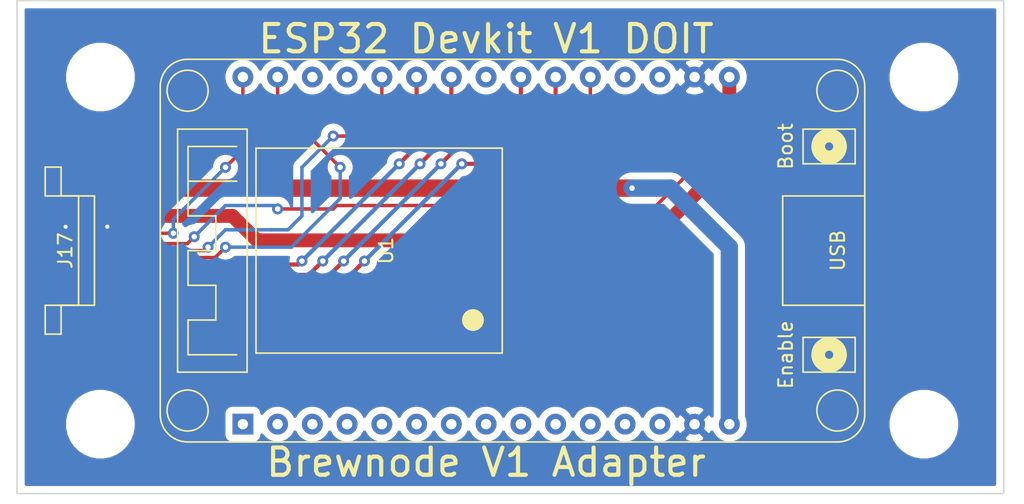
<source format=kicad_pcb>
(kicad_pcb (version 20171130) (host pcbnew "(5.1.6)-1")

  (general
    (thickness 1.6)
    (drawings 6)
    (tracks 134)
    (zones 0)
    (modules 6)
    (nets 31)
  )

  (page A4)
  (layers
    (0 F.Cu signal)
    (31 B.Cu signal)
    (32 B.Adhes user)
    (33 F.Adhes user)
    (34 B.Paste user)
    (35 F.Paste user)
    (36 B.SilkS user)
    (37 F.SilkS user)
    (38 B.Mask user)
    (39 F.Mask user)
    (40 Dwgs.User user)
    (41 Cmts.User user)
    (42 Eco1.User user)
    (43 Eco2.User user)
    (44 Edge.Cuts user)
    (45 Margin user)
    (46 B.CrtYd user)
    (47 F.CrtYd user)
    (48 B.Fab user)
    (49 F.Fab user)
  )

  (setup
    (last_trace_width 0.254)
    (user_trace_width 0.254)
    (user_trace_width 0.3048)
    (user_trace_width 0.4064)
    (user_trace_width 0.6096)
    (user_trace_width 0.8128)
    (user_trace_width 1.016)
    (user_trace_width 1.27)
    (user_trace_width 1.4224)
    (user_trace_width 1.6764)
    (user_trace_width 1.778)
    (user_trace_width 1.9304)
    (user_trace_width 2.1844)
    (user_trace_width 2.54)
    (user_trace_width 3.81)
    (user_trace_width 6.4516)
    (trace_clearance 0.2)
    (zone_clearance 0.508)
    (zone_45_only no)
    (trace_min 0.2)
    (via_size 0.8)
    (via_drill 0.4)
    (via_min_size 0.4)
    (via_min_drill 0.3)
    (user_via 2 1.4)
    (uvia_size 0.3)
    (uvia_drill 0.1)
    (uvias_allowed no)
    (uvia_min_size 0.2)
    (uvia_min_drill 0.1)
    (edge_width 0.1)
    (segment_width 0.2)
    (pcb_text_width 0.3)
    (pcb_text_size 1.5 1.5)
    (mod_edge_width 0.2)
    (mod_text_size 1 2)
    (mod_text_width 0.2)
    (pad_size 1.524 1.524)
    (pad_drill 0.762)
    (pad_to_mask_clearance 0)
    (aux_axis_origin 114.808 115.57)
    (grid_origin 114.808 115.57)
    (visible_elements 7FFFFFFF)
    (pcbplotparams
      (layerselection 0x010f0_ffffffff)
      (usegerberextensions false)
      (usegerberattributes false)
      (usegerberadvancedattributes false)
      (creategerberjobfile false)
      (excludeedgelayer true)
      (linewidth 0.100000)
      (plotframeref false)
      (viasonmask false)
      (mode 1)
      (useauxorigin false)
      (hpglpennumber 1)
      (hpglpenspeed 20)
      (hpglpendiameter 15.000000)
      (psnegative false)
      (psa4output false)
      (plotreference true)
      (plotvalue false)
      (plotinvisibletext false)
      (padsonsilk true)
      (subtractmaskfromsilk false)
      (outputformat 1)
      (mirror false)
      (drillshape 0)
      (scaleselection 1)
      (outputdirectory "JLCPCB/"))
  )

  (net 0 "")
  (net 1 "Net-(J17-Pad16)")
  (net 2 /PORT1)
  (net 3 /PORT2)
  (net 4 /PORT3)
  (net 5 /PORT4)
  (net 6 /3V3_SCL)
  (net 7 /3V3_SDA)
  (net 8 /3V3_IOEXP_INT)
  (net 9 /3V3_ADC_INT)
  (net 10 +3V3)
  (net 11 GND)
  (net 12 +5V)
  (net 13 "Net-(U1-Pad28)")
  (net 14 "Net-(U1-Pad27)")
  (net 15 "Net-(U1-Pad23)")
  (net 16 "Net-(U1-Pad19)")
  (net 17 "Net-(U1-Pad18)")
  (net 18 "Net-(U1-Pad13)")
  (net 19 "Net-(U1-Pad12)")
  (net 20 "Net-(U1-Pad11)")
  (net 21 "Net-(U1-Pad10)")
  (net 22 "Net-(U1-Pad9)")
  (net 23 "Net-(U1-Pad8)")
  (net 24 "Net-(U1-Pad7)")
  (net 25 "Net-(U1-Pad6)")
  (net 26 "Net-(U1-Pad5)")
  (net 27 "Net-(U1-Pad4)")
  (net 28 "Net-(U1-Pad3)")
  (net 29 "Net-(U1-Pad2)")
  (net 30 "Net-(U1-Pad1)")

  (net_class Default "This is the default net class."
    (clearance 0.2)
    (trace_width 0.25)
    (via_dia 0.8)
    (via_drill 0.4)
    (uvia_dia 0.3)
    (uvia_drill 0.1)
    (add_net +3V3)
    (add_net +5V)
    (add_net /3V3_ADC_INT)
    (add_net /3V3_IOEXP_INT)
    (add_net /3V3_SCL)
    (add_net /3V3_SDA)
    (add_net /PORT1)
    (add_net /PORT2)
    (add_net /PORT3)
    (add_net /PORT4)
    (add_net GND)
    (add_net "Net-(J17-Pad16)")
    (add_net "Net-(U1-Pad1)")
    (add_net "Net-(U1-Pad10)")
    (add_net "Net-(U1-Pad11)")
    (add_net "Net-(U1-Pad12)")
    (add_net "Net-(U1-Pad13)")
    (add_net "Net-(U1-Pad18)")
    (add_net "Net-(U1-Pad19)")
    (add_net "Net-(U1-Pad2)")
    (add_net "Net-(U1-Pad23)")
    (add_net "Net-(U1-Pad27)")
    (add_net "Net-(U1-Pad28)")
    (add_net "Net-(U1-Pad3)")
    (add_net "Net-(U1-Pad4)")
    (add_net "Net-(U1-Pad5)")
    (add_net "Net-(U1-Pad6)")
    (add_net "Net-(U1-Pad7)")
    (add_net "Net-(U1-Pad8)")
    (add_net "Net-(U1-Pad9)")
  )

  (module MountingHole:MountingHole_4mm (layer F.Cu) (tedit 56D1B4CB) (tstamp 5F6D1A13)
    (at 181.102 110.49)
    (descr "Mounting Hole 4mm, no annular")
    (tags "mounting hole 4mm no annular")
    (attr virtual)
    (fp_text reference REF** (at 0 -5) (layer F.SilkS) hide
      (effects (font (size 1 1) (thickness 0.15)))
    )
    (fp_text value MountingHole_4mm (at 0 5) (layer F.Fab)
      (effects (font (size 1 1) (thickness 0.15)))
    )
    (fp_text user %R (at 0.3 0) (layer F.Fab)
      (effects (font (size 1 1) (thickness 0.15)))
    )
    (fp_circle (center 0 0) (end 4 0) (layer Cmts.User) (width 0.15))
    (fp_circle (center 0 0) (end 4.25 0) (layer F.CrtYd) (width 0.05))
    (pad 1 np_thru_hole circle (at 0 0) (size 4 4) (drill 4) (layers *.Cu *.Mask))
  )

  (module MountingHole:MountingHole_4mm (layer F.Cu) (tedit 56D1B4CB) (tstamp 5F6D19F6)
    (at 120.904 110.49)
    (descr "Mounting Hole 4mm, no annular")
    (tags "mounting hole 4mm no annular")
    (attr virtual)
    (fp_text reference REF** (at 0 -5) (layer F.SilkS) hide
      (effects (font (size 1 1) (thickness 0.15)))
    )
    (fp_text value MountingHole_4mm (at 0 5) (layer F.Fab)
      (effects (font (size 1 1) (thickness 0.15)))
    )
    (fp_text user %R (at 0.3 0) (layer F.Fab)
      (effects (font (size 1 1) (thickness 0.15)))
    )
    (fp_circle (center 0 0) (end 4 0) (layer Cmts.User) (width 0.15))
    (fp_circle (center 0 0) (end 4.25 0) (layer F.CrtYd) (width 0.05))
    (pad 1 np_thru_hole circle (at 0 0) (size 4 4) (drill 4) (layers *.Cu *.Mask))
  )

  (module MountingHole:MountingHole_4mm (layer F.Cu) (tedit 56D1B4CB) (tstamp 5F6D19D9)
    (at 120.904 85.09)
    (descr "Mounting Hole 4mm, no annular")
    (tags "mounting hole 4mm no annular")
    (attr virtual)
    (fp_text reference REF** (at 0 -5) (layer F.SilkS) hide
      (effects (font (size 1 1) (thickness 0.15)))
    )
    (fp_text value MountingHole_4mm (at 0 5) (layer F.Fab)
      (effects (font (size 1 1) (thickness 0.15)))
    )
    (fp_text user %R (at 0.3 0) (layer F.Fab)
      (effects (font (size 1 1) (thickness 0.15)))
    )
    (fp_circle (center 0 0) (end 4 0) (layer Cmts.User) (width 0.15))
    (fp_circle (center 0 0) (end 4.25 0) (layer F.CrtYd) (width 0.05))
    (pad 1 np_thru_hole circle (at 0 0) (size 4 4) (drill 4) (layers *.Cu *.Mask))
  )

  (module MountingHole:MountingHole_4mm (layer F.Cu) (tedit 56D1B4CB) (tstamp 5F6D19BC)
    (at 181.102 85.09)
    (descr "Mounting Hole 4mm, no annular")
    (tags "mounting hole 4mm no annular")
    (attr virtual)
    (fp_text reference REF** (at 0 -5) (layer F.SilkS) hide
      (effects (font (size 1 1) (thickness 0.15)))
    )
    (fp_text value MountingHole_4mm (at 0 5) (layer F.Fab)
      (effects (font (size 1 1) (thickness 0.15)))
    )
    (fp_text user %R (at 0.3 0) (layer F.Fab)
      (effects (font (size 1 1) (thickness 0.15)))
    )
    (fp_circle (center 0 0) (end 4 0) (layer Cmts.User) (width 0.15))
    (fp_circle (center 0 0) (end 4.25 0) (layer F.CrtYd) (width 0.05))
    (pad 1 np_thru_hole circle (at 0 0) (size 4 4) (drill 4) (layers *.Cu *.Mask))
  )

  (module ESP32_DevKit_V1_DOIT:esp32_devkit_v1_doit (layer F.Cu) (tedit 5F4BBE44) (tstamp 5F6D0EF4)
    (at 131.318 97.79 90)
    (descr "ESPWROOM32, ESP32, 30 GPIOs version")
    (path /5F6CC573)
    (attr smd)
    (fp_text reference U1 (at 0 10.47 90) (layer F.SilkS)
      (effects (font (size 1 1) (thickness 0.15)))
    )
    (fp_text value ESP32_DevKit_V1_DOIT (at 0 8.7 90) (layer F.Fab)
      (effects (font (size 1 1) (thickness 0.15)))
    )
    (fp_arc (start 12 43.46) (end 12 45.46) (angle -90) (layer F.SilkS) (width 0.12))
    (fp_arc (start -12 43.46) (end -14 43.46) (angle -90) (layer F.SilkS) (width 0.12))
    (fp_arc (start -12 -4.04) (end -12 -6.04) (angle -90) (layer F.SilkS) (width 0.12))
    (fp_arc (start 12 -4.04) (end 14 -4.04) (angle -90) (layer F.SilkS) (width 0.12))
    (fp_text user Enable (at -7.62 39.68 90) (layer F.SilkS)
      (effects (font (size 1 1) (thickness 0.15)))
    )
    (fp_text user Boot (at 7.62 39.68 90) (layer F.SilkS)
      (effects (font (size 1 1) (thickness 0.15)))
    )
    (fp_text user USB (at 0 43.49 90) (layer F.SilkS)
      (effects (font (size 1 1) (thickness 0.15)))
    )
    (fp_circle (center -11.7 -4.04) (end -10.2 -4.04) (layer F.SilkS) (width 0.12))
    (fp_circle (center 11.7 -4.04) (end 13.2 -4.04) (layer F.SilkS) (width 0.12))
    (fp_line (start 14 43.46) (end 14 -4.04) (layer F.SilkS) (width 0.12))
    (fp_line (start -14 -4.04) (end -14 43.46) (layer F.SilkS) (width 0.12))
    (fp_line (start -12 45.46) (end 12 45.46) (layer F.SilkS) (width 0.12))
    (fp_line (start -12 -6.04) (end 12 -6.04) (layer F.SilkS) (width 0.12))
    (fp_circle (center -11.7 43.46) (end -10.2 43.46) (layer F.SilkS) (width 0.12))
    (fp_circle (center 11.7 43.46) (end 13.2 43.46) (layer F.SilkS) (width 0.12))
    (fp_line (start -4 39.46) (end -4 45.46) (layer F.SilkS) (width 0.12))
    (fp_line (start 4 39.46) (end 4 45.46) (layer F.SilkS) (width 0.12))
    (fp_line (start -4 39.46) (end 4 39.46) (layer F.SilkS) (width 0.12))
    (fp_line (start -8.89 -4.77) (end 8.89 -4.77) (layer F.SilkS) (width 0.12))
    (fp_line (start 8.89 -4.77) (end 8.89 0.31) (layer F.SilkS) (width 0.12))
    (fp_line (start 8.89 0.31) (end -8.89 0.31) (layer F.SilkS) (width 0.12))
    (fp_line (start -8.89 0.31) (end -8.89 -4.77) (layer F.SilkS) (width 0.12))
    (fp_line (start -7.62 -0.452) (end -7.62 -4.008) (layer F.SilkS) (width 0.12))
    (fp_line (start -7.62 -4.008) (end -5.08 -4.008) (layer F.SilkS) (width 0.12))
    (fp_line (start -5.08 -4.008) (end -5.08 -1.976) (layer F.SilkS) (width 0.12))
    (fp_line (start -5.08 -1.976) (end -2.54 -1.976) (layer F.SilkS) (width 0.12))
    (fp_line (start -2.54 -1.976) (end -2.54 -4.008) (layer F.SilkS) (width 0.12))
    (fp_line (start -2.54 -4.008) (end 0 -4.008) (layer F.SilkS) (width 0.12))
    (fp_line (start 0 -4.008) (end 0 -1.976) (layer F.SilkS) (width 0.12))
    (fp_line (start 0 -1.976) (end 2.54 -1.976) (layer F.SilkS) (width 0.12))
    (fp_line (start 2.54 -1.976) (end 2.54 -4.008) (layer F.SilkS) (width 0.12))
    (fp_line (start 2.54 -4.008) (end 7.62 -4.008) (layer F.SilkS) (width 0.12))
    (fp_line (start 7.62 -4.008) (end 7.62 -0.452) (layer F.SilkS) (width 0.12))
    (fp_line (start 5.08 -4.008) (end 5.08 -0.452) (layer F.SilkS) (width 0.12))
    (fp_line (start -7.5 0.96) (end 7.5 0.96) (layer F.SilkS) (width 0.12))
    (fp_line (start 7.5 0.96) (end 7.5 18.96) (layer F.SilkS) (width 0.12))
    (fp_line (start 7.5 18.96) (end -7.5 18.96) (layer F.SilkS) (width 0.12))
    (fp_line (start -7.5 18.96) (end -7.5 0.96) (layer F.SilkS) (width 0.12))
    (fp_circle (center -5.08 16.82) (end -4.68 16.82) (layer F.SilkS) (width 0.8))
    (fp_line (start 6.35 40.95) (end 8.89 40.95) (layer F.SilkS) (width 0.12))
    (fp_line (start 8.89 40.95) (end 8.89 44.76) (layer F.SilkS) (width 0.12))
    (fp_line (start 8.89 44.76) (end 6.35 44.76) (layer F.SilkS) (width 0.12))
    (fp_line (start 6.35 44.76) (end 6.35 40.95) (layer F.SilkS) (width 0.12))
    (fp_line (start -6.35 44.76) (end -8.89 44.76) (layer F.SilkS) (width 0.12))
    (fp_line (start -8.89 44.76) (end -8.89 40.95) (layer F.SilkS) (width 0.12))
    (fp_line (start -8.89 40.95) (end -6.35 40.95) (layer F.SilkS) (width 0.12))
    (fp_line (start -6.35 40.95) (end -6.35 44.76) (layer F.SilkS) (width 0.12))
    (fp_circle (center -7.62 42.855) (end -7.32 42.855) (layer F.SilkS) (width 1))
    (fp_circle (center 7.62 42.855) (end 7.92 42.855) (layer F.SilkS) (width 1))
    (pad 30 thru_hole circle (at 12.7 0 90) (size 1.524 1.524) (drill 0.762) (layers *.Cu *.Mask)
      (net 9 /3V3_ADC_INT))
    (pad 29 thru_hole circle (at 12.7 2.54 90) (size 1.524 1.524) (drill 0.762) (layers *.Cu *.Mask)
      (net 6 /3V3_SCL))
    (pad 28 thru_hole circle (at 12.7 5.08 90) (size 1.524 1.524) (drill 0.762) (layers *.Cu *.Mask)
      (net 13 "Net-(U1-Pad28)"))
    (pad 27 thru_hole circle (at 12.7 7.62 90) (size 1.524 1.524) (drill 0.762) (layers *.Cu *.Mask)
      (net 14 "Net-(U1-Pad27)"))
    (pad 26 thru_hole circle (at 12.7 10.16 90) (size 1.524 1.524) (drill 0.762) (layers *.Cu *.Mask)
      (net 7 /3V3_SDA))
    (pad 25 thru_hole circle (at 12.7 12.7 90) (size 1.524 1.524) (drill 0.762) (layers *.Cu *.Mask)
      (net 5 /PORT4))
    (pad 24 thru_hole circle (at 12.7 15.24 90) (size 1.524 1.524) (drill 0.762) (layers *.Cu *.Mask)
      (net 4 /PORT3))
    (pad 23 thru_hole circle (at 12.7 17.78 90) (size 1.524 1.524) (drill 0.762) (layers *.Cu *.Mask)
      (net 15 "Net-(U1-Pad23)"))
    (pad 22 thru_hole circle (at 12.7 20.32 90) (size 1.524 1.524) (drill 0.762) (layers *.Cu *.Mask)
      (net 3 /PORT2))
    (pad 21 thru_hole circle (at 12.7 22.86 90) (size 1.524 1.524) (drill 0.762) (layers *.Cu *.Mask)
      (net 2 /PORT1))
    (pad 20 thru_hole circle (at 12.7 25.4 90) (size 1.524 1.524) (drill 0.762) (layers *.Cu *.Mask)
      (net 8 /3V3_IOEXP_INT))
    (pad 19 thru_hole circle (at 12.7 27.94 90) (size 1.524 1.524) (drill 0.762) (layers *.Cu *.Mask)
      (net 16 "Net-(U1-Pad19)"))
    (pad 18 thru_hole circle (at 12.7 30.48 90) (size 1.524 1.524) (drill 0.762) (layers *.Cu *.Mask)
      (net 17 "Net-(U1-Pad18)"))
    (pad 17 thru_hole circle (at 12.7 33.02 90) (size 1.524 1.524) (drill 0.762) (layers *.Cu *.Mask)
      (net 11 GND))
    (pad 16 thru_hole circle (at 12.7 35.56 90) (size 1.524 1.524) (drill 0.762) (layers *.Cu *.Mask)
      (net 10 +3V3))
    (pad 15 thru_hole circle (at -12.7 35.56 90) (size 1.524 1.524) (drill 0.762) (layers *.Cu *.Mask)
      (net 12 +5V))
    (pad 14 thru_hole circle (at -12.7 33.02 90) (size 1.524 1.524) (drill 0.762) (layers *.Cu *.Mask)
      (net 11 GND))
    (pad 13 thru_hole circle (at -12.7 30.48 90) (size 1.524 1.524) (drill 0.762) (layers *.Cu *.Mask)
      (net 18 "Net-(U1-Pad13)"))
    (pad 12 thru_hole circle (at -12.7 27.94 90) (size 1.524 1.524) (drill 0.762) (layers *.Cu *.Mask)
      (net 19 "Net-(U1-Pad12)"))
    (pad 11 thru_hole circle (at -12.7 25.4 90) (size 1.524 1.524) (drill 0.762) (layers *.Cu *.Mask)
      (net 20 "Net-(U1-Pad11)"))
    (pad 10 thru_hole circle (at -12.7 22.86 90) (size 1.524 1.524) (drill 0.762) (layers *.Cu *.Mask)
      (net 21 "Net-(U1-Pad10)"))
    (pad 9 thru_hole circle (at -12.7 20.32 90) (size 1.524 1.524) (drill 0.762) (layers *.Cu *.Mask)
      (net 22 "Net-(U1-Pad9)"))
    (pad 8 thru_hole circle (at -12.7 17.78 90) (size 1.524 1.524) (drill 0.762) (layers *.Cu *.Mask)
      (net 23 "Net-(U1-Pad8)"))
    (pad 7 thru_hole circle (at -12.7 15.24 90) (size 1.524 1.524) (drill 0.762) (layers *.Cu *.Mask)
      (net 24 "Net-(U1-Pad7)"))
    (pad 6 thru_hole circle (at -12.7 12.7 90) (size 1.524 1.524) (drill 0.762) (layers *.Cu *.Mask)
      (net 25 "Net-(U1-Pad6)"))
    (pad 5 thru_hole circle (at -12.7 10.16 90) (size 1.524 1.524) (drill 0.762) (layers *.Cu *.Mask)
      (net 26 "Net-(U1-Pad5)"))
    (pad 4 thru_hole circle (at -12.7 7.62 90) (size 1.524 1.524) (drill 0.762) (layers *.Cu *.Mask)
      (net 27 "Net-(U1-Pad4)"))
    (pad 3 thru_hole circle (at -12.7 5.08 90) (size 1.524 1.524) (drill 0.762) (layers *.Cu *.Mask)
      (net 28 "Net-(U1-Pad3)"))
    (pad 2 thru_hole circle (at -12.7 2.54 90) (size 1.524 1.524) (drill 0.762) (layers *.Cu *.Mask)
      (net 29 "Net-(U1-Pad2)"))
    (pad 1 thru_hole rect (at -12.7 0 90) (size 1.524 1.524) (drill 0.762) (layers *.Cu *.Mask)
      (net 30 "Net-(U1-Pad1)"))
    (model ${KISYS3DMOD}/Button_Switch_SMD.3dshapes/SW_SPST_B3U-1000P-B.wrl
      (offset (xyz 7.5 -43 4))
      (scale (xyz 1 1 1))
      (rotate (xyz 0 0 90))
    )
    (model ${KISYS3DMOD}/Button_Switch_SMD.3dshapes/SW_SPST_B3U-1000P-B.wrl
      (offset (xyz -7.5 -43 4))
      (scale (xyz 1 1 1))
      (rotate (xyz 0 0 90))
    )
    (model ${KISYS3DMOD}/Connector_PinHeader_2.54mm.3dshapes/PinHeader_1x15_P2.54mm_Vertical.wrl
      (offset (xyz -12.7 0 2.5))
      (scale (xyz 1 1 1))
      (rotate (xyz 0 180 0))
    )
    (model ${KISYS3DMOD}/Connector_PinHeader_2.54mm.3dshapes/PinHeader_1x15_P2.54mm_Vertical.wrl
      (offset (xyz 12.7 0 2.5))
      (scale (xyz 1 1 1))
      (rotate (xyz 0 180 0))
    )
    (model ${VL_PACKAGES3D}/esp32_devkit_v1_doit.3dshapes/esp32_devkit_v1_doit.step
      (offset (xyz -12.7 0 2.5))
      (scale (xyz 1 1 1))
      (rotate (xyz 0 0 0))
    )
    (model ${KISYS3DMOD}/Connector_USB.3dshapes/USB_Micro-B_Molex_47346-0001.wrl
      (offset (xyz 0 -42 4))
      (scale (xyz 1 1 1))
      (rotate (xyz 0 0 0))
    )
    (model ${KISYS3DMOD}/LED_SMD.3dshapes/LED_1206_3216Metric.wrl
      (offset (xyz -6 -23 4))
      (scale (xyz 1 1 1))
      (rotate (xyz 0 0 -90))
    )
    (model ${KISYS3DMOD}/LED_SMD.3dshapes/LED_1206_3216Metric.wrl
      (offset (xyz 6 -23 4))
      (scale (xyz 1 1 1))
      (rotate (xyz 0 0 -90))
    )
    (model ${KISYS3DMOD}/Capacitor_Tantalum_SMD.3dshapes/CP_EIA-2012-15_AVX-P.wrl
      (offset (xyz -6.5 -27.5 4))
      (scale (xyz 1 1 1))
      (rotate (xyz 0 0 0))
    )
    (model ${KISYS3DMOD}/Package_TO_SOT_SMD.3dshapes/SOT-223.wrl
      (offset (xyz -6 -33 4))
      (scale (xyz 1 1 1))
      (rotate (xyz 0 0 -180))
    )
    (model ${KISYS3DMOD}/Resistor_SMD.3dshapes/R_0603_1608Metric.wrl
      (offset (xyz -7 -38.5 4))
      (scale (xyz 1 1 1))
      (rotate (xyz 0 0 0))
    )
    (model ${KISYS3DMOD}/Resistor_SMD.3dshapes/R_0603_1608Metric.wrl
      (offset (xyz 8.5 -38.5 4))
      (scale (xyz 1 1 1))
      (rotate (xyz 0 0 0))
    )
    (model ${KISYS3DMOD}/Resistor_SMD.3dshapes/R_0603_1608Metric.wrl
      (offset (xyz 5.5 -38.5 4))
      (scale (xyz 1 1 1))
      (rotate (xyz 0 0 0))
    )
    (model ${KISYS3DMOD}/Package_TO_SOT_SMD.3dshapes/SOT-23.wrl
      (offset (xyz -0.5 -27.5 4))
      (scale (xyz 1 1 1))
      (rotate (xyz 0 0 0))
    )
    (model ${KISYS3DMOD}/Package_TO_SOT_SMD.3dshapes/SOT-23.wrl
      (offset (xyz 6 -27.5 4))
      (scale (xyz 1 1 1))
      (rotate (xyz 0 0 -180))
    )
    (model ${KISYS3DMOD}/Resistor_SMD.3dshapes/R_0603_1608Metric.wrl
      (offset (xyz 9 -27.5 4))
      (scale (xyz 1 1 1))
      (rotate (xyz 0 0 90))
    )
    (model ${KISYS3DMOD}/Resistor_SMD.3dshapes/R_0603_1608Metric.wrl
      (offset (xyz -3.5 -27.5 4))
      (scale (xyz 1 1 1))
      (rotate (xyz 0 0 90))
    )
    (model ${KISYS3DMOD}/Capacitor_SMD.3dshapes/C_0603_1608Metric.wrl
      (offset (xyz -0.5 -38.5 4))
      (scale (xyz 1 1 1))
      (rotate (xyz 0 0 0))
    )
    (model ${KISYS3DMOD}/Diode_SMD.3dshapes/D_0603_1608Metric.wrl
      (offset (xyz -3 -38.5 4))
      (scale (xyz 1 1 1))
      (rotate (xyz 0 0 0))
    )
    (model ${KISYS3DMOD}/Resistor_SMD.3dshapes/R_0603_1608Metric.wrl
      (offset (xyz -3 -23 4))
      (scale (xyz 1 1 1))
      (rotate (xyz 0 0 90))
    )
    (model ${KISYS3DMOD}/Resistor_SMD.3dshapes/R_0603_1608Metric.wrl
      (offset (xyz -1.5 -23 4))
      (scale (xyz 1 1 1))
      (rotate (xyz 0 0 90))
    )
    (model ${KISYS3DMOD}/Resistor_SMD.3dshapes/R_0603_1608Metric.wrl
      (offset (xyz 0 -23 4))
      (scale (xyz 1 1 1))
      (rotate (xyz 0 0 90))
    )
    (model ${KISYS3DMOD}/Resistor_SMD.3dshapes/R_0603_1608Metric.wrl
      (offset (xyz 1.5 -23 4))
      (scale (xyz 1 1 1))
      (rotate (xyz 0 0 90))
    )
    (model ${KISYS3DMOD}/Resistor_SMD.3dshapes/R_0603_1608Metric.wrl
      (offset (xyz 3 -23 4))
      (scale (xyz 1 1 1))
      (rotate (xyz 0 0 90))
    )
    (model ${KISYS3DMOD}/Package_DFN_QFN.3dshapes/QFN-28-1EP_5x5mm_P0.5mm_EP3.35x3.35mm.wrl
      (offset (xyz 7 -33.5 4))
      (scale (xyz 1 1 1))
      (rotate (xyz 0 0 0))
    )
    (model ${KISYS3DMOD}/Resistor_SMD.3dshapes/R_0603_1608Metric.wrl
      (offset (xyz 8.5 -22 4))
      (scale (xyz 1 1 1))
      (rotate (xyz 0 0 0))
    )
    (model ${KISYS3DMOD}/Resistor_SMD.3dshapes/R_0603_1608Metric.wrl
      (offset (xyz 8.5 -24 4))
      (scale (xyz 1 1 1))
      (rotate (xyz 0 0 0))
    )
    (model ${KISYS3DMOD}/Capacitor_SMD.3dshapes/C_0603_1608Metric.wrl
      (offset (xyz -8.5 -22 4))
      (scale (xyz 1 1 1))
      (rotate (xyz 0 0 0))
    )
    (model ${KISYS3DMOD}/Capacitor_SMD.3dshapes/C_0603_1608Metric.wrl
      (offset (xyz -8.5 -24 4))
      (scale (xyz 1 1 1))
      (rotate (xyz 0 0 0))
    )
    (model ${KISYS3DMOD}/RF_Module.3dshapes/ESP32-WROOM-32.wrl
      (offset (xyz 0 -10 4))
      (scale (xyz 1 1 1))
      (rotate (xyz 0 0 0))
    )
  )

  (module Tobbe_Hirose:Hirose_FH34_FPC_16 (layer F.Cu) (tedit 5F63CC21) (tstamp 5F6D0EA1)
    (at 119.888 97.79 270)
    (path /5F6DA0A7)
    (attr smd)
    (fp_text reference J17 (at 0 1.55 90) (layer F.SilkS)
      (effects (font (size 1 1) (thickness 0.15)))
    )
    (fp_text value "16p FPC" (at 0 4.064 90) (layer F.Fab)
      (effects (font (size 1 1) (thickness 0.15)))
    )
    (fp_line (start -6.35 -0.8) (end -6.35 3.25) (layer F.CrtYd) (width 0.05))
    (fp_line (start -6.35 3.25) (end 6.35 3.25) (layer F.CrtYd) (width 0.05))
    (fp_line (start 6.35 -0.8) (end 6.35 3.25) (layer F.CrtYd) (width 0.05))
    (fp_line (start -6.35 -0.8) (end 6.35 -0.8) (layer F.CrtYd) (width 0.05))
    (fp_line (start 4 1.86) (end 4 -0.58) (layer F.SilkS) (width 0.12))
    (fp_line (start -4 1.86) (end -4 -0.58) (layer F.SilkS) (width 0.12))
    (fp_line (start 6.11 1.86) (end 4 1.86) (layer F.SilkS) (width 0.12))
    (fp_line (start -6.11 1.86) (end -4 1.86) (layer F.SilkS) (width 0.12))
    (fp_line (start 6.11 3.02) (end 6.11 1.86) (layer F.SilkS) (width 0.12))
    (fp_line (start -6.11 3.02) (end -6.11 1.86) (layer F.SilkS) (width 0.12))
    (fp_line (start 4 3.02) (end 6.11 3.02) (layer F.SilkS) (width 0.12))
    (fp_line (start -4 3.02) (end -6.11 3.02) (layer F.SilkS) (width 0.12))
    (fp_line (start 4 0.58) (end 4 3.02) (layer F.SilkS) (width 0.12))
    (fp_line (start -4 0.58) (end -4 3.02) (layer F.SilkS) (width 0.12))
    (fp_line (start -4 0.58) (end 4 0.58) (layer F.SilkS) (width 0.12))
    (fp_line (start -4 -0.58) (end 4 -0.58) (layer F.SilkS) (width 0.12))
    (pad 0 smd rect (at 5.35 2.5 270) (size 0.8 0.8) (layers F.Cu F.Paste F.Mask))
    (pad 0 smd rect (at -5.35 2.5 270) (size 0.8 0.8) (layers F.Cu F.Paste F.Mask))
    (pad 16 smd rect (at 3.75 0 270) (size 0.25 0.8) (layers F.Cu F.Paste F.Mask)
      (net 1 "Net-(J17-Pad16)"))
    (pad 15 smd rect (at 3.25 0 270) (size 0.25 0.8) (layers F.Cu F.Paste F.Mask)
      (net 2 /PORT1))
    (pad 14 smd rect (at 2.75 0 270) (size 0.25 0.8) (layers F.Cu F.Paste F.Mask)
      (net 3 /PORT2))
    (pad 13 smd rect (at 2.25 0 270) (size 0.25 0.8) (layers F.Cu F.Paste F.Mask)
      (net 4 /PORT3))
    (pad 12 smd rect (at 1.75 0 270) (size 0.25 0.8) (layers F.Cu F.Paste F.Mask)
      (net 5 /PORT4))
    (pad 11 smd rect (at 1.25 0 270) (size 0.25 0.8) (layers F.Cu F.Paste F.Mask)
      (net 6 /3V3_SCL))
    (pad 10 smd rect (at 0.75 0 270) (size 0.25 0.8) (layers F.Cu F.Paste F.Mask)
      (net 7 /3V3_SDA))
    (pad 9 smd rect (at 0.25 0 270) (size 0.25 0.8) (layers F.Cu F.Paste F.Mask)
      (net 8 /3V3_IOEXP_INT))
    (pad 8 smd rect (at -0.25 0 270) (size 0.25 0.8) (layers F.Cu F.Paste F.Mask)
      (net 9 /3V3_ADC_INT))
    (pad 7 smd rect (at -0.75 0 270) (size 0.25 0.8) (layers F.Cu F.Paste F.Mask)
      (net 10 +3V3))
    (pad 6 smd rect (at -1.25 0 270) (size 0.25 0.8) (layers F.Cu F.Paste F.Mask)
      (net 11 GND))
    (pad 5 smd rect (at -1.75 0 270) (size 0.25 0.8) (layers F.Cu F.Paste F.Mask)
      (net 11 GND))
    (pad 4 smd rect (at -2.25 0 270) (size 0.25 0.8) (layers F.Cu F.Paste F.Mask)
      (net 11 GND))
    (pad 3 smd rect (at -2.75 0 270) (size 0.25 0.8) (layers F.Cu F.Paste F.Mask)
      (net 12 +5V))
    (pad 2 smd rect (at -3.25 0 270) (size 0.25 0.8) (layers F.Cu F.Paste F.Mask)
      (net 12 +5V))
    (pad 1 smd rect (at -3.75 0 270) (size 0.25 0.8) (layers F.Cu F.Paste F.Mask)
      (net 12 +5V))
  )

  (gr_text "ESP32 Devkit V1 DOIT" (at 149.098 82.296) (layer F.SilkS)
    (effects (font (size 2 2) (thickness 0.3)))
  )
  (gr_text "Brewnode V1 Adapter" (at 149.098 113.284) (layer F.SilkS)
    (effects (font (size 2 2) (thickness 0.3)))
  )
  (gr_line (start 186.944 115.57) (end 186.944 79.502) (layer Edge.Cuts) (width 0.1) (tstamp 5F6D1F01))
  (gr_line (start 114.808 115.57) (end 186.944 115.57) (layer Edge.Cuts) (width 0.1))
  (gr_line (start 114.808 79.502) (end 114.808 115.57) (layer Edge.Cuts) (width 0.1))
  (gr_line (start 186.944 79.502) (end 114.808 79.502) (layer Edge.Cuts) (width 0.1))

  (segment (start 119.888 101.04) (end 124.714 101.04) (width 0.254) (layer F.Cu) (net 2))
  (segment (start 124.714 101.04) (end 137.414 101.04) (width 0.3048) (layer F.Cu) (net 2))
  (segment (start 137.414 101.04) (end 137.72 101.04) (width 0.3048) (layer F.Cu) (net 2))
  (via (at 140.208 98.552) (size 0.8) (drill 0.4) (layers F.Cu B.Cu) (net 2))
  (segment (start 137.72 101.04) (end 140.208 98.552) (width 0.3048) (layer F.Cu) (net 2))
  (via (at 147.32 91.44) (size 0.8) (drill 0.4) (layers F.Cu B.Cu) (net 2))
  (segment (start 140.208 98.552) (end 147.32 91.44) (width 0.3048) (layer B.Cu) (net 2))
  (segment (start 147.32 91.44) (end 150.368 91.44) (width 0.3048) (layer F.Cu) (net 2))
  (segment (start 154.178 87.63) (end 154.178 85.09) (width 0.3048) (layer F.Cu) (net 2))
  (segment (start 150.368 91.44) (end 154.178 87.63) (width 0.3048) (layer F.Cu) (net 2))
  (segment (start 119.888 100.54) (end 123.698 100.54) (width 0.254) (layer F.Cu) (net 3))
  (segment (start 123.698 100.54) (end 123.742 100.54) (width 0.254) (layer F.Cu) (net 3))
  (segment (start 123.742 100.54) (end 123.952 100.33) (width 0.254) (layer F.Cu) (net 3))
  (segment (start 123.952 100.33) (end 124.714 100.33) (width 0.254) (layer F.Cu) (net 3))
  (segment (start 124.714 100.33) (end 127.254 100.33) (width 0.3048) (layer F.Cu) (net 3))
  (segment (start 127.254 100.33) (end 136.906 100.33) (width 0.3048) (layer F.Cu) (net 3))
  (via (at 138.684 98.552) (size 0.8) (drill 0.4) (layers F.Cu B.Cu) (net 3))
  (segment (start 136.906 100.33) (end 138.684 98.552) (width 0.3048) (layer F.Cu) (net 3))
  (via (at 145.796 91.44) (size 0.8) (drill 0.4) (layers F.Cu B.Cu) (net 3))
  (segment (start 138.684 98.552) (end 145.796 91.44) (width 0.3048) (layer B.Cu) (net 3))
  (segment (start 145.796 91.44) (end 147.32 89.916) (width 0.3048) (layer F.Cu) (net 3))
  (segment (start 147.32 89.916) (end 149.86 89.916) (width 0.3048) (layer F.Cu) (net 3))
  (segment (start 151.638 88.138) (end 151.638 85.09) (width 0.3048) (layer F.Cu) (net 3))
  (segment (start 149.86 89.916) (end 151.638 88.138) (width 0.3048) (layer F.Cu) (net 3))
  (segment (start 119.888 100.04) (end 123.226 100.04) (width 0.254) (layer F.Cu) (net 4))
  (segment (start 123.226 100.04) (end 123.698 99.568) (width 0.254) (layer F.Cu) (net 4))
  (segment (start 123.698 99.568) (end 124.714 99.568) (width 0.254) (layer F.Cu) (net 4))
  (segment (start 124.714 99.568) (end 136.144 99.568) (width 0.3048) (layer F.Cu) (net 4))
  (via (at 137.16 98.552) (size 0.8) (drill 0.4) (layers F.Cu B.Cu) (net 4))
  (segment (start 136.144 99.568) (end 137.16 98.552) (width 0.3048) (layer F.Cu) (net 4))
  (via (at 144.272 91.44) (size 0.8) (drill 0.4) (layers F.Cu B.Cu) (net 4))
  (segment (start 137.16 98.552) (end 144.272 91.44) (width 0.3048) (layer B.Cu) (net 4))
  (segment (start 146.558 89.154) (end 146.558 85.09) (width 0.3048) (layer F.Cu) (net 4))
  (segment (start 144.272 91.44) (end 146.558 89.154) (width 0.3048) (layer F.Cu) (net 4))
  (segment (start 119.888 99.54) (end 122.71 99.54) (width 0.254) (layer F.Cu) (net 5))
  (segment (start 122.71 99.54) (end 123.444 98.806) (width 0.254) (layer F.Cu) (net 5))
  (segment (start 123.444 98.806) (end 124.714 98.806) (width 0.254) (layer F.Cu) (net 5))
  (via (at 135.636 98.552) (size 0.8) (drill 0.4) (layers F.Cu B.Cu) (net 5))
  (segment (start 124.714 98.806) (end 135.382 98.806) (width 0.3048) (layer F.Cu) (net 5))
  (segment (start 135.382 98.806) (end 135.636 98.552) (width 0.3048) (layer F.Cu) (net 5))
  (via (at 142.748 91.44) (size 0.8) (drill 0.4) (layers F.Cu B.Cu) (net 5))
  (segment (start 135.636 98.552) (end 142.748 91.44) (width 0.3048) (layer B.Cu) (net 5))
  (segment (start 144.018 90.17) (end 144.018 85.09) (width 0.3048) (layer F.Cu) (net 5))
  (segment (start 142.748 91.44) (end 144.018 90.17) (width 0.3048) (layer F.Cu) (net 5))
  (segment (start 119.888 99.04) (end 122.448 99.04) (width 0.254) (layer F.Cu) (net 6))
  (segment (start 122.448 99.04) (end 123.19 98.298) (width 0.254) (layer F.Cu) (net 6))
  (segment (start 123.19 98.298) (end 125.476 98.298) (width 0.254) (layer F.Cu) (net 6))
  (segment (start 125.476 98.298) (end 129.032 98.298) (width 0.254) (layer F.Cu) (net 6))
  (via (at 130.048 97.536) (size 0.8) (drill 0.4) (layers F.Cu B.Cu) (net 6))
  (segment (start 129.032 98.298) (end 129.286 98.298) (width 0.254) (layer F.Cu) (net 6))
  (segment (start 129.286 98.298) (end 130.048 97.536) (width 0.254) (layer F.Cu) (net 6))
  (segment (start 130.048 97.536) (end 134.874 97.536) (width 0.254) (layer B.Cu) (net 6))
  (segment (start 134.874 97.536) (end 138.43 93.98) (width 0.254) (layer B.Cu) (net 6))
  (via (at 138.43 91.694) (size 0.8) (drill 0.4) (layers F.Cu B.Cu) (net 6))
  (segment (start 138.43 93.98) (end 138.43 91.694) (width 0.254) (layer B.Cu) (net 6))
  (segment (start 133.858 87.122) (end 133.858 85.09) (width 0.254) (layer F.Cu) (net 6))
  (segment (start 138.43 91.694) (end 133.858 87.122) (width 0.254) (layer F.Cu) (net 6))
  (segment (start 122.305934 98.54) (end 123.055934 97.79) (width 0.254) (layer F.Cu) (net 7))
  (segment (start 119.888 98.54) (end 122.305934 98.54) (width 0.254) (layer F.Cu) (net 7))
  (via (at 128.778 97.536) (size 0.8) (drill 0.4) (layers F.Cu B.Cu) (net 7))
  (segment (start 123.055934 97.79) (end 128.524 97.79) (width 0.254) (layer F.Cu) (net 7))
  (segment (start 128.524 97.79) (end 128.778 97.536) (width 0.254) (layer F.Cu) (net 7))
  (segment (start 128.778 97.536) (end 130.048 96.266) (width 0.254) (layer B.Cu) (net 7))
  (segment (start 130.048 96.266) (end 133.409962 96.266) (width 0.254) (layer B.Cu) (net 7))
  (segment (start 133.409962 96.266) (end 134.62 96.266) (width 0.254) (layer B.Cu) (net 7))
  (segment (start 134.62 96.266) (end 135.636 95.25) (width 0.254) (layer B.Cu) (net 7))
  (segment (start 135.636 95.25) (end 135.636 91.694) (width 0.254) (layer B.Cu) (net 7))
  (segment (start 135.636 91.694) (end 137.922 89.408) (width 0.254) (layer B.Cu) (net 7))
  (via (at 137.922 89.408) (size 0.8) (drill 0.4) (layers F.Cu B.Cu) (net 7))
  (segment (start 137.922 89.408) (end 139.7 89.408) (width 0.254) (layer F.Cu) (net 7))
  (segment (start 141.478 87.63) (end 141.478 85.09) (width 0.254) (layer F.Cu) (net 7))
  (segment (start 139.7 89.408) (end 141.478 87.63) (width 0.254) (layer F.Cu) (net 7))
  (segment (start 122.163868 98.04) (end 122.921868 97.282) (width 0.254) (layer F.Cu) (net 8))
  (segment (start 119.888 98.04) (end 122.163868 98.04) (width 0.254) (layer F.Cu) (net 8))
  (via (at 127.762 96.774) (size 0.8) (drill 0.4) (layers F.Cu B.Cu) (net 8))
  (segment (start 122.921868 97.282) (end 127.254 97.282) (width 0.254) (layer F.Cu) (net 8))
  (segment (start 127.254 97.282) (end 127.762 96.774) (width 0.254) (layer F.Cu) (net 8))
  (segment (start 127.762 96.774) (end 130.048 94.488) (width 0.254) (layer B.Cu) (net 8))
  (segment (start 156.718 86.614) (end 156.718 85.09) (width 0.254) (layer F.Cu) (net 8))
  (segment (start 157.988 87.884) (end 156.718 86.614) (width 0.254) (layer F.Cu) (net 8))
  (segment (start 161.544 94.488) (end 163.576 92.456) (width 0.254) (layer F.Cu) (net 8))
  (segment (start 138.176 94.488) (end 161.544 94.488) (width 0.254) (layer F.Cu) (net 8))
  (segment (start 163.576 91.694) (end 159.766 87.884) (width 0.254) (layer F.Cu) (net 8))
  (segment (start 163.576 92.456) (end 163.576 91.694) (width 0.254) (layer F.Cu) (net 8))
  (segment (start 159.766 87.884) (end 157.988 87.884) (width 0.254) (layer F.Cu) (net 8))
  (via (at 133.858 94.742) (size 0.8) (drill 0.4) (layers F.Cu B.Cu) (net 8))
  (segment (start 130.048 94.488) (end 133.604 94.488) (width 0.254) (layer B.Cu) (net 8))
  (segment (start 133.604 94.488) (end 133.858 94.742) (width 0.254) (layer B.Cu) (net 8))
  (segment (start 137.922 94.742) (end 138.176 94.488) (width 0.254) (layer F.Cu) (net 8))
  (segment (start 133.858 94.742) (end 137.922 94.742) (width 0.254) (layer F.Cu) (net 8))
  (segment (start 119.888 97.54) (end 121.916 97.54) (width 0.254) (layer F.Cu) (net 9))
  (segment (start 121.916 97.54) (end 122.682 96.774) (width 0.254) (layer F.Cu) (net 9))
  (segment (start 122.682 96.774) (end 122.936 96.52) (width 0.254) (layer F.Cu) (net 9))
  (via (at 126.238 96.52) (size 0.8) (drill 0.4) (layers F.Cu B.Cu) (net 9))
  (segment (start 122.936 96.52) (end 126.238 96.52) (width 0.254) (layer F.Cu) (net 9))
  (via (at 130.048 91.694) (size 0.8) (drill 0.4) (layers F.Cu B.Cu) (net 9))
  (segment (start 126.238 96.52) (end 126.238 95.504) (width 0.254) (layer B.Cu) (net 9))
  (segment (start 126.238 95.504) (end 130.048 91.694) (width 0.254) (layer B.Cu) (net 9))
  (segment (start 131.318 90.424) (end 131.318 85.09) (width 0.254) (layer F.Cu) (net 9))
  (segment (start 130.048 91.694) (end 131.318 90.424) (width 0.254) (layer F.Cu) (net 9))
  (segment (start 166.878 91.186) (end 166.878 85.09) (width 1.016) (layer F.Cu) (net 10))
  (segment (start 132.588 97.04) (end 161.024 97.04) (width 1.016) (layer F.Cu) (net 10))
  (segment (start 161.024 97.04) (end 166.878 91.186) (width 1.016) (layer F.Cu) (net 10))
  (segment (start 132.588 97.04) (end 132.346 97.04) (width 1.016) (layer F.Cu) (net 10))
  (segment (start 132.346 97.04) (end 130.556 95.25) (width 1.016) (layer F.Cu) (net 10))
  (segment (start 130.556 95.25) (end 124.206 95.25) (width 1.016) (layer F.Cu) (net 10))
  (segment (start 122.936 95.25) (end 124.206 95.25) (width 0.254) (layer F.Cu) (net 10))
  (segment (start 119.888 97.04) (end 121.412 97.028) (width 0.254) (layer F.Cu) (net 10))
  (segment (start 121.412 97.028) (end 122.936 95.25) (width 0.254) (layer F.Cu) (net 10))
  (via (at 118.364 96.04) (size 0.6) (drill 0.3) (layers F.Cu B.Cu) (net 11))
  (via (at 121.412 96.04) (size 0.6) (drill 0.3) (layers F.Cu B.Cu) (net 11))
  (segment (start 118.864 95.54) (end 118.364 96.04) (width 0.254) (layer F.Cu) (net 11))
  (segment (start 119.888 95.54) (end 118.864 95.54) (width 0.254) (layer F.Cu) (net 11))
  (segment (start 119.888 96.04) (end 118.364 96.04) (width 0.254) (layer F.Cu) (net 11))
  (segment (start 119.888 96.04) (end 121.412 96.04) (width 0.254) (layer F.Cu) (net 11))
  (segment (start 120.912 95.54) (end 121.412 96.04) (width 0.254) (layer F.Cu) (net 11))
  (segment (start 119.888 95.54) (end 120.912 95.54) (width 0.254) (layer F.Cu) (net 11))
  (segment (start 120.912 96.54) (end 121.412 96.04) (width 0.254) (layer F.Cu) (net 11))
  (segment (start 119.888 96.54) (end 120.912 96.54) (width 0.254) (layer F.Cu) (net 11))
  (segment (start 118.864 96.54) (end 118.364 96.04) (width 0.254) (layer F.Cu) (net 11))
  (segment (start 119.888 96.54) (end 118.864 96.54) (width 0.254) (layer F.Cu) (net 11))
  (segment (start 121.42 94.04) (end 121.92 94.54) (width 0.254) (layer F.Cu) (net 12))
  (segment (start 119.888 94.04) (end 121.42 94.04) (width 0.254) (layer F.Cu) (net 12))
  (segment (start 121.42 95.04) (end 121.92 94.54) (width 0.254) (layer F.Cu) (net 12))
  (segment (start 119.888 95.04) (end 121.42 95.04) (width 0.254) (layer F.Cu) (net 12))
  (segment (start 166.878 110.49) (end 166.878 97.536) (width 1.27) (layer B.Cu) (net 12))
  (via (at 159.766 93.218) (size 0.8) (drill 0.4) (layers F.Cu B.Cu) (net 12))
  (segment (start 166.878 97.536) (end 162.56 93.218) (width 1.27) (layer B.Cu) (net 12))
  (segment (start 162.56 93.218) (end 159.766 93.218) (width 1.27) (layer B.Cu) (net 12))
  (segment (start 159.766 93.218) (end 123.19 93.218) (width 1.27) (layer F.Cu) (net 12))
  (segment (start 123.04 93.218) (end 121.718 94.54) (width 0.6096) (layer F.Cu) (net 12))
  (segment (start 119.888 94.54) (end 121.718 94.54) (width 0.254) (layer F.Cu) (net 12))
  (segment (start 123.19 93.218) (end 123.04 93.218) (width 0.6096) (layer F.Cu) (net 12))
  (segment (start 121.718 94.54) (end 121.92 94.54) (width 0.254) (layer F.Cu) (net 12))

  (zone (net 11) (net_name GND) (layer B.Cu) (tstamp 5F6D28BA) (hatch edge 0.508)
    (connect_pads (clearance 0.508))
    (min_thickness 0.254)
    (fill yes (arc_segments 32) (thermal_gap 0.508) (thermal_bridge_width 0.508))
    (polygon
      (pts
        (xy 186.69 115.316) (xy 115.062 115.316) (xy 115.062 79.756) (xy 186.69 79.756)
      )
    )
    (filled_polygon
      (pts
        (xy 186.259 114.885) (xy 115.493 114.885) (xy 115.493 110.230475) (xy 118.269 110.230475) (xy 118.269 110.749525)
        (xy 118.370261 111.258601) (xy 118.568893 111.738141) (xy 118.857262 112.169715) (xy 119.224285 112.536738) (xy 119.655859 112.825107)
        (xy 120.135399 113.023739) (xy 120.644475 113.125) (xy 121.163525 113.125) (xy 121.672601 113.023739) (xy 122.152141 112.825107)
        (xy 122.583715 112.536738) (xy 122.950738 112.169715) (xy 123.239107 111.738141) (xy 123.437739 111.258601) (xy 123.539 110.749525)
        (xy 123.539 110.230475) (xy 123.439053 109.728) (xy 129.917928 109.728) (xy 129.917928 111.252) (xy 129.930188 111.376482)
        (xy 129.966498 111.49618) (xy 130.025463 111.606494) (xy 130.104815 111.703185) (xy 130.201506 111.782537) (xy 130.31182 111.841502)
        (xy 130.431518 111.877812) (xy 130.556 111.890072) (xy 132.08 111.890072) (xy 132.204482 111.877812) (xy 132.32418 111.841502)
        (xy 132.434494 111.782537) (xy 132.531185 111.703185) (xy 132.610537 111.606494) (xy 132.669502 111.49618) (xy 132.705812 111.376482)
        (xy 132.71408 111.292535) (xy 132.77288 111.380535) (xy 132.967465 111.57512) (xy 133.196273 111.728005) (xy 133.45051 111.833314)
        (xy 133.720408 111.887) (xy 133.995592 111.887) (xy 134.26549 111.833314) (xy 134.519727 111.728005) (xy 134.748535 111.57512)
        (xy 134.94312 111.380535) (xy 135.096005 111.151727) (xy 135.128 111.074485) (xy 135.159995 111.151727) (xy 135.31288 111.380535)
        (xy 135.507465 111.57512) (xy 135.736273 111.728005) (xy 135.99051 111.833314) (xy 136.260408 111.887) (xy 136.535592 111.887)
        (xy 136.80549 111.833314) (xy 137.059727 111.728005) (xy 137.288535 111.57512) (xy 137.48312 111.380535) (xy 137.636005 111.151727)
        (xy 137.668 111.074485) (xy 137.699995 111.151727) (xy 137.85288 111.380535) (xy 138.047465 111.57512) (xy 138.276273 111.728005)
        (xy 138.53051 111.833314) (xy 138.800408 111.887) (xy 139.075592 111.887) (xy 139.34549 111.833314) (xy 139.599727 111.728005)
        (xy 139.828535 111.57512) (xy 140.02312 111.380535) (xy 140.176005 111.151727) (xy 140.208 111.074485) (xy 140.239995 111.151727)
        (xy 140.39288 111.380535) (xy 140.587465 111.57512) (xy 140.816273 111.728005) (xy 141.07051 111.833314) (xy 141.340408 111.887)
        (xy 141.615592 111.887) (xy 141.88549 111.833314) (xy 142.139727 111.728005) (xy 142.368535 111.57512) (xy 142.56312 111.380535)
        (xy 142.716005 111.151727) (xy 142.748 111.074485) (xy 142.779995 111.151727) (xy 142.93288 111.380535) (xy 143.127465 111.57512)
        (xy 143.356273 111.728005) (xy 143.61051 111.833314) (xy 143.880408 111.887) (xy 144.155592 111.887) (xy 144.42549 111.833314)
        (xy 144.679727 111.728005) (xy 144.908535 111.57512) (xy 145.10312 111.380535) (xy 145.256005 111.151727) (xy 145.288 111.074485)
        (xy 145.319995 111.151727) (xy 145.47288 111.380535) (xy 145.667465 111.57512) (xy 145.896273 111.728005) (xy 146.15051 111.833314)
        (xy 146.420408 111.887) (xy 146.695592 111.887) (xy 146.96549 111.833314) (xy 147.219727 111.728005) (xy 147.448535 111.57512)
        (xy 147.64312 111.380535) (xy 147.796005 111.151727) (xy 147.828 111.074485) (xy 147.859995 111.151727) (xy 148.01288 111.380535)
        (xy 148.207465 111.57512) (xy 148.436273 111.728005) (xy 148.69051 111.833314) (xy 148.960408 111.887) (xy 149.235592 111.887)
        (xy 149.50549 111.833314) (xy 149.759727 111.728005) (xy 149.988535 111.57512) (xy 150.18312 111.380535) (xy 150.336005 111.151727)
        (xy 150.368 111.074485) (xy 150.399995 111.151727) (xy 150.55288 111.380535) (xy 150.747465 111.57512) (xy 150.976273 111.728005)
        (xy 151.23051 111.833314) (xy 151.500408 111.887) (xy 151.775592 111.887) (xy 152.04549 111.833314) (xy 152.299727 111.728005)
        (xy 152.528535 111.57512) (xy 152.72312 111.380535) (xy 152.876005 111.151727) (xy 152.908 111.074485) (xy 152.939995 111.151727)
        (xy 153.09288 111.380535) (xy 153.287465 111.57512) (xy 153.516273 111.728005) (xy 153.77051 111.833314) (xy 154.040408 111.887)
        (xy 154.315592 111.887) (xy 154.58549 111.833314) (xy 154.839727 111.728005) (xy 155.068535 111.57512) (xy 155.26312 111.380535)
        (xy 155.416005 111.151727) (xy 155.448 111.074485) (xy 155.479995 111.151727) (xy 155.63288 111.380535) (xy 155.827465 111.57512)
        (xy 156.056273 111.728005) (xy 156.31051 111.833314) (xy 156.580408 111.887) (xy 156.855592 111.887) (xy 157.12549 111.833314)
        (xy 157.379727 111.728005) (xy 157.608535 111.57512) (xy 157.80312 111.380535) (xy 157.956005 111.151727) (xy 157.988 111.074485)
        (xy 158.019995 111.151727) (xy 158.17288 111.380535) (xy 158.367465 111.57512) (xy 158.596273 111.728005) (xy 158.85051 111.833314)
        (xy 159.120408 111.887) (xy 159.395592 111.887) (xy 159.66549 111.833314) (xy 159.919727 111.728005) (xy 160.148535 111.57512)
        (xy 160.34312 111.380535) (xy 160.496005 111.151727) (xy 160.528 111.074485) (xy 160.559995 111.151727) (xy 160.71288 111.380535)
        (xy 160.907465 111.57512) (xy 161.136273 111.728005) (xy 161.39051 111.833314) (xy 161.660408 111.887) (xy 161.935592 111.887)
        (xy 162.20549 111.833314) (xy 162.459727 111.728005) (xy 162.688535 111.57512) (xy 162.80809 111.455565) (xy 163.55204 111.455565)
        (xy 163.61902 111.695656) (xy 163.868048 111.812756) (xy 164.135135 111.879023) (xy 164.410017 111.89191) (xy 164.682133 111.850922)
        (xy 164.941023 111.757636) (xy 165.05698 111.695656) (xy 165.12396 111.455565) (xy 164.338 110.669605) (xy 163.55204 111.455565)
        (xy 162.80809 111.455565) (xy 162.88312 111.380535) (xy 163.036005 111.151727) (xy 163.065692 111.080057) (xy 163.070364 111.093023)
        (xy 163.132344 111.20898) (xy 163.372435 111.27596) (xy 164.158395 110.49) (xy 163.372435 109.70404) (xy 163.132344 109.77102)
        (xy 163.068515 109.90676) (xy 163.036005 109.828273) (xy 162.88312 109.599465) (xy 162.80809 109.524435) (xy 163.55204 109.524435)
        (xy 164.338 110.310395) (xy 165.12396 109.524435) (xy 165.05698 109.284344) (xy 164.807952 109.167244) (xy 164.540865 109.100977)
        (xy 164.265983 109.08809) (xy 163.993867 109.129078) (xy 163.734977 109.222364) (xy 163.61902 109.284344) (xy 163.55204 109.524435)
        (xy 162.80809 109.524435) (xy 162.688535 109.40488) (xy 162.459727 109.251995) (xy 162.20549 109.146686) (xy 161.935592 109.093)
        (xy 161.660408 109.093) (xy 161.39051 109.146686) (xy 161.136273 109.251995) (xy 160.907465 109.40488) (xy 160.71288 109.599465)
        (xy 160.559995 109.828273) (xy 160.528 109.905515) (xy 160.496005 109.828273) (xy 160.34312 109.599465) (xy 160.148535 109.40488)
        (xy 159.919727 109.251995) (xy 159.66549 109.146686) (xy 159.395592 109.093) (xy 159.120408 109.093) (xy 158.85051 109.146686)
        (xy 158.596273 109.251995) (xy 158.367465 109.40488) (xy 158.17288 109.599465) (xy 158.019995 109.828273) (xy 157.988 109.905515)
        (xy 157.956005 109.828273) (xy 157.80312 109.599465) (xy 157.608535 109.40488) (xy 157.379727 109.251995) (xy 157.12549 109.146686)
        (xy 156.855592 109.093) (xy 156.580408 109.093) (xy 156.31051 109.146686) (xy 156.056273 109.251995) (xy 155.827465 109.40488)
        (xy 155.63288 109.599465) (xy 155.479995 109.828273) (xy 155.448 109.905515) (xy 155.416005 109.828273) (xy 155.26312 109.599465)
        (xy 155.068535 109.40488) (xy 154.839727 109.251995) (xy 154.58549 109.146686) (xy 154.315592 109.093) (xy 154.040408 109.093)
        (xy 153.77051 109.146686) (xy 153.516273 109.251995) (xy 153.287465 109.40488) (xy 153.09288 109.599465) (xy 152.939995 109.828273)
        (xy 152.908 109.905515) (xy 152.876005 109.828273) (xy 152.72312 109.599465) (xy 152.528535 109.40488) (xy 152.299727 109.251995)
        (xy 152.04549 109.146686) (xy 151.775592 109.093) (xy 151.500408 109.093) (xy 151.23051 109.146686) (xy 150.976273 109.251995)
        (xy 150.747465 109.40488) (xy 150.55288 109.599465) (xy 150.399995 109.828273) (xy 150.368 109.905515) (xy 150.336005 109.828273)
        (xy 150.18312 109.599465) (xy 149.988535 109.40488) (xy 149.759727 109.251995) (xy 149.50549 109.146686) (xy 149.235592 109.093)
        (xy 148.960408 109.093) (xy 148.69051 109.146686) (xy 148.436273 109.251995) (xy 148.207465 109.40488) (xy 148.01288 109.599465)
        (xy 147.859995 109.828273) (xy 147.828 109.905515) (xy 147.796005 109.828273) (xy 147.64312 109.599465) (xy 147.448535 109.40488)
        (xy 147.219727 109.251995) (xy 146.96549 109.146686) (xy 146.695592 109.093) (xy 146.420408 109.093) (xy 146.15051 109.146686)
        (xy 145.896273 109.251995) (xy 145.667465 109.40488) (xy 145.47288 109.599465) (xy 145.319995 109.828273) (xy 145.288 109.905515)
        (xy 145.256005 109.828273) (xy 145.10312 109.599465) (xy 144.908535 109.40488) (xy 144.679727 109.251995) (xy 144.42549 109.146686)
        (xy 144.155592 109.093) (xy 143.880408 109.093) (xy 143.61051 109.146686) (xy 143.356273 109.251995) (xy 143.127465 109.40488)
        (xy 142.93288 109.599465) (xy 142.779995 109.828273) (xy 142.748 109.905515) (xy 142.716005 109.828273) (xy 142.56312 109.599465)
        (xy 142.368535 109.40488) (xy 142.139727 109.251995) (xy 141.88549 109.146686) (xy 141.615592 109.093) (xy 141.340408 109.093)
        (xy 141.07051 109.146686) (xy 140.816273 109.251995) (xy 140.587465 109.40488) (xy 140.39288 109.599465) (xy 140.239995 109.828273)
        (xy 140.208 109.905515) (xy 140.176005 109.828273) (xy 140.02312 109.599465) (xy 139.828535 109.40488) (xy 139.599727 109.251995)
        (xy 139.34549 109.146686) (xy 139.075592 109.093) (xy 138.800408 109.093) (xy 138.53051 109.146686) (xy 138.276273 109.251995)
        (xy 138.047465 109.40488) (xy 137.85288 109.599465) (xy 137.699995 109.828273) (xy 137.668 109.905515) (xy 137.636005 109.828273)
        (xy 137.48312 109.599465) (xy 137.288535 109.40488) (xy 137.059727 109.251995) (xy 136.80549 109.146686) (xy 136.535592 109.093)
        (xy 136.260408 109.093) (xy 135.99051 109.146686) (xy 135.736273 109.251995) (xy 135.507465 109.40488) (xy 135.31288 109.599465)
        (xy 135.159995 109.828273) (xy 135.128 109.905515) (xy 135.096005 109.828273) (xy 134.94312 109.599465) (xy 134.748535 109.40488)
        (xy 134.519727 109.251995) (xy 134.26549 109.146686) (xy 133.995592 109.093) (xy 133.720408 109.093) (xy 133.45051 109.146686)
        (xy 133.196273 109.251995) (xy 132.967465 109.40488) (xy 132.77288 109.599465) (xy 132.71408 109.687465) (xy 132.705812 109.603518)
        (xy 132.669502 109.48382) (xy 132.610537 109.373506) (xy 132.531185 109.276815) (xy 132.434494 109.197463) (xy 132.32418 109.138498)
        (xy 132.204482 109.102188) (xy 132.08 109.089928) (xy 130.556 109.089928) (xy 130.431518 109.102188) (xy 130.31182 109.138498)
        (xy 130.201506 109.197463) (xy 130.104815 109.276815) (xy 130.025463 109.373506) (xy 129.966498 109.48382) (xy 129.930188 109.603518)
        (xy 129.917928 109.728) (xy 123.439053 109.728) (xy 123.437739 109.721399) (xy 123.239107 109.241859) (xy 122.950738 108.810285)
        (xy 122.583715 108.443262) (xy 122.152141 108.154893) (xy 121.672601 107.956261) (xy 121.163525 107.855) (xy 120.644475 107.855)
        (xy 120.135399 107.956261) (xy 119.655859 108.154893) (xy 119.224285 108.443262) (xy 118.857262 108.810285) (xy 118.568893 109.241859)
        (xy 118.370261 109.721399) (xy 118.269 110.230475) (xy 115.493 110.230475) (xy 115.493 96.418061) (xy 125.203 96.418061)
        (xy 125.203 96.621939) (xy 125.242774 96.821898) (xy 125.320795 97.010256) (xy 125.434063 97.179774) (xy 125.578226 97.323937)
        (xy 125.747744 97.437205) (xy 125.936102 97.515226) (xy 126.136061 97.555) (xy 126.339939 97.555) (xy 126.539898 97.515226)
        (xy 126.728256 97.437205) (xy 126.888716 97.329989) (xy 126.958063 97.433774) (xy 127.102226 97.577937) (xy 127.271744 97.691205)
        (xy 127.460102 97.769226) (xy 127.660061 97.809) (xy 127.777026 97.809) (xy 127.782774 97.837898) (xy 127.860795 98.026256)
        (xy 127.974063 98.195774) (xy 128.118226 98.339937) (xy 128.287744 98.453205) (xy 128.476102 98.531226) (xy 128.676061 98.571)
        (xy 128.879939 98.571) (xy 129.079898 98.531226) (xy 129.268256 98.453205) (xy 129.413 98.35649) (xy 129.557744 98.453205)
        (xy 129.746102 98.531226) (xy 129.946061 98.571) (xy 130.149939 98.571) (xy 130.349898 98.531226) (xy 130.538256 98.453205)
        (xy 130.707774 98.339937) (xy 130.749711 98.298) (xy 134.631247 98.298) (xy 134.601 98.450061) (xy 134.601 98.653939)
        (xy 134.640774 98.853898) (xy 134.718795 99.042256) (xy 134.832063 99.211774) (xy 134.976226 99.355937) (xy 135.145744 99.469205)
        (xy 135.334102 99.547226) (xy 135.534061 99.587) (xy 135.737939 99.587) (xy 135.937898 99.547226) (xy 136.126256 99.469205)
        (xy 136.295774 99.355937) (xy 136.398 99.253711) (xy 136.500226 99.355937) (xy 136.669744 99.469205) (xy 136.858102 99.547226)
        (xy 137.058061 99.587) (xy 137.261939 99.587) (xy 137.461898 99.547226) (xy 137.650256 99.469205) (xy 137.819774 99.355937)
        (xy 137.922 99.253711) (xy 138.024226 99.355937) (xy 138.193744 99.469205) (xy 138.382102 99.547226) (xy 138.582061 99.587)
        (xy 138.785939 99.587) (xy 138.985898 99.547226) (xy 139.174256 99.469205) (xy 139.343774 99.355937) (xy 139.446 99.253711)
        (xy 139.548226 99.355937) (xy 139.717744 99.469205) (xy 139.906102 99.547226) (xy 140.106061 99.587) (xy 140.309939 99.587)
        (xy 140.509898 99.547226) (xy 140.698256 99.469205) (xy 140.867774 99.355937) (xy 141.011937 99.211774) (xy 141.125205 99.042256)
        (xy 141.203226 98.853898) (xy 141.243 98.653939) (xy 141.243 98.63055) (xy 146.65555 93.218) (xy 158.489856 93.218)
        (xy 158.514377 93.466963) (xy 158.586997 93.706359) (xy 158.704925 93.926988) (xy 158.86363 94.12037) (xy 159.057012 94.279075)
        (xy 159.277641 94.397003) (xy 159.517037 94.469623) (xy 159.70362 94.488) (xy 162.03395 94.488) (xy 165.608001 98.062052)
        (xy 165.608 109.893538) (xy 165.605636 109.886977) (xy 165.543656 109.77102) (xy 165.303565 109.70404) (xy 164.517605 110.49)
        (xy 165.303565 111.27596) (xy 165.543656 111.20898) (xy 165.607485 111.07324) (xy 165.639995 111.151727) (xy 165.79288 111.380535)
        (xy 165.987465 111.57512) (xy 166.216273 111.728005) (xy 166.47051 111.833314) (xy 166.740408 111.887) (xy 167.015592 111.887)
        (xy 167.28549 111.833314) (xy 167.539727 111.728005) (xy 167.768535 111.57512) (xy 167.96312 111.380535) (xy 168.116005 111.151727)
        (xy 168.221314 110.89749) (xy 168.275 110.627592) (xy 168.275 110.352408) (xy 168.250747 110.230475) (xy 178.467 110.230475)
        (xy 178.467 110.749525) (xy 178.568261 111.258601) (xy 178.766893 111.738141) (xy 179.055262 112.169715) (xy 179.422285 112.536738)
        (xy 179.853859 112.825107) (xy 180.333399 113.023739) (xy 180.842475 113.125) (xy 181.361525 113.125) (xy 181.870601 113.023739)
        (xy 182.350141 112.825107) (xy 182.781715 112.536738) (xy 183.148738 112.169715) (xy 183.437107 111.738141) (xy 183.635739 111.258601)
        (xy 183.737 110.749525) (xy 183.737 110.230475) (xy 183.635739 109.721399) (xy 183.437107 109.241859) (xy 183.148738 108.810285)
        (xy 182.781715 108.443262) (xy 182.350141 108.154893) (xy 181.870601 107.956261) (xy 181.361525 107.855) (xy 180.842475 107.855)
        (xy 180.333399 107.956261) (xy 179.853859 108.154893) (xy 179.422285 108.443262) (xy 179.055262 108.810285) (xy 178.766893 109.241859)
        (xy 178.568261 109.721399) (xy 178.467 110.230475) (xy 168.250747 110.230475) (xy 168.221314 110.08251) (xy 168.148 109.905515)
        (xy 168.148 97.598372) (xy 168.154143 97.535999) (xy 168.148 97.473626) (xy 168.148 97.47362) (xy 168.129623 97.287037)
        (xy 168.124751 97.270974) (xy 168.090069 97.156645) (xy 168.057003 97.047641) (xy 167.939075 96.827012) (xy 167.78037 96.63363)
        (xy 167.731914 96.593863) (xy 163.502141 92.364091) (xy 163.46237 92.31563) (xy 163.268988 92.156925) (xy 163.048359 92.038997)
        (xy 162.808963 91.966377) (xy 162.62238 91.948) (xy 162.622373 91.948) (xy 162.56 91.941857) (xy 162.497627 91.948)
        (xy 159.70362 91.948) (xy 159.517037 91.966377) (xy 159.277641 92.038997) (xy 159.057012 92.156925) (xy 158.86363 92.31563)
        (xy 158.704925 92.509012) (xy 158.586997 92.729641) (xy 158.514377 92.969037) (xy 158.489856 93.218) (xy 146.65555 93.218)
        (xy 147.398551 92.475) (xy 147.421939 92.475) (xy 147.621898 92.435226) (xy 147.810256 92.357205) (xy 147.979774 92.243937)
        (xy 148.123937 92.099774) (xy 148.237205 91.930256) (xy 148.315226 91.741898) (xy 148.355 91.541939) (xy 148.355 91.338061)
        (xy 148.315226 91.138102) (xy 148.237205 90.949744) (xy 148.123937 90.780226) (xy 147.979774 90.636063) (xy 147.810256 90.522795)
        (xy 147.621898 90.444774) (xy 147.421939 90.405) (xy 147.218061 90.405) (xy 147.018102 90.444774) (xy 146.829744 90.522795)
        (xy 146.660226 90.636063) (xy 146.558 90.738289) (xy 146.455774 90.636063) (xy 146.286256 90.522795) (xy 146.097898 90.444774)
        (xy 145.897939 90.405) (xy 145.694061 90.405) (xy 145.494102 90.444774) (xy 145.305744 90.522795) (xy 145.136226 90.636063)
        (xy 145.034 90.738289) (xy 144.931774 90.636063) (xy 144.762256 90.522795) (xy 144.573898 90.444774) (xy 144.373939 90.405)
        (xy 144.170061 90.405) (xy 143.970102 90.444774) (xy 143.781744 90.522795) (xy 143.612226 90.636063) (xy 143.51 90.738289)
        (xy 143.407774 90.636063) (xy 143.238256 90.522795) (xy 143.049898 90.444774) (xy 142.849939 90.405) (xy 142.646061 90.405)
        (xy 142.446102 90.444774) (xy 142.257744 90.522795) (xy 142.088226 90.636063) (xy 141.944063 90.780226) (xy 141.830795 90.949744)
        (xy 141.752774 91.138102) (xy 141.713 91.338061) (xy 141.713 91.361449) (xy 139.192 93.882449) (xy 139.192 92.395711)
        (xy 139.233937 92.353774) (xy 139.347205 92.184256) (xy 139.425226 91.995898) (xy 139.465 91.795939) (xy 139.465 91.592061)
        (xy 139.425226 91.392102) (xy 139.347205 91.203744) (xy 139.233937 91.034226) (xy 139.089774 90.890063) (xy 138.920256 90.776795)
        (xy 138.731898 90.698774) (xy 138.531939 90.659) (xy 138.328061 90.659) (xy 138.128102 90.698774) (xy 137.939744 90.776795)
        (xy 137.770226 90.890063) (xy 137.626063 91.034226) (xy 137.512795 91.203744) (xy 137.434774 91.392102) (xy 137.395 91.592061)
        (xy 137.395 91.795939) (xy 137.434774 91.995898) (xy 137.512795 92.184256) (xy 137.626063 92.353774) (xy 137.668001 92.395712)
        (xy 137.668 93.664369) (xy 136.398 94.934369) (xy 136.398 92.00963) (xy 137.964631 90.443) (xy 138.023939 90.443)
        (xy 138.223898 90.403226) (xy 138.412256 90.325205) (xy 138.581774 90.211937) (xy 138.725937 90.067774) (xy 138.839205 89.898256)
        (xy 138.917226 89.709898) (xy 138.957 89.509939) (xy 138.957 89.306061) (xy 138.917226 89.106102) (xy 138.839205 88.917744)
        (xy 138.725937 88.748226) (xy 138.581774 88.604063) (xy 138.412256 88.490795) (xy 138.223898 88.412774) (xy 138.023939 88.373)
        (xy 137.820061 88.373) (xy 137.620102 88.412774) (xy 137.431744 88.490795) (xy 137.262226 88.604063) (xy 137.118063 88.748226)
        (xy 137.004795 88.917744) (xy 136.926774 89.106102) (xy 136.887 89.306061) (xy 136.887 89.365369) (xy 135.123649 91.128721)
        (xy 135.094579 91.152578) (xy 135.070722 91.181648) (xy 135.070721 91.181649) (xy 134.999355 91.268608) (xy 134.928599 91.400985)
        (xy 134.885027 91.544622) (xy 134.870314 91.694) (xy 134.874001 91.731433) (xy 134.874 94.544542) (xy 134.853226 94.440102)
        (xy 134.775205 94.251744) (xy 134.661937 94.082226) (xy 134.517774 93.938063) (xy 134.348256 93.824795) (xy 134.159898 93.746774)
        (xy 133.959939 93.707) (xy 133.756061 93.707) (xy 133.654211 93.727259) (xy 133.641426 93.726) (xy 133.641423 93.726)
        (xy 133.604 93.722314) (xy 133.566577 93.726) (xy 130.085422 93.726) (xy 130.047999 93.722314) (xy 130.010576 93.726)
        (xy 130.010574 93.726) (xy 129.898622 93.737026) (xy 129.754985 93.780598) (xy 129.622608 93.851355) (xy 129.506578 93.946578)
        (xy 129.482721 93.975648) (xy 127.71937 95.739) (xy 127.660061 95.739) (xy 127.460102 95.778774) (xy 127.271744 95.856795)
        (xy 127.111284 95.964011) (xy 127.041937 95.860226) (xy 127.000671 95.81896) (xy 130.09063 92.729) (xy 130.149939 92.729)
        (xy 130.349898 92.689226) (xy 130.538256 92.611205) (xy 130.707774 92.497937) (xy 130.851937 92.353774) (xy 130.965205 92.184256)
        (xy 131.043226 91.995898) (xy 131.083 91.795939) (xy 131.083 91.592061) (xy 131.043226 91.392102) (xy 130.965205 91.203744)
        (xy 130.851937 91.034226) (xy 130.707774 90.890063) (xy 130.538256 90.776795) (xy 130.349898 90.698774) (xy 130.149939 90.659)
        (xy 129.946061 90.659) (xy 129.746102 90.698774) (xy 129.557744 90.776795) (xy 129.388226 90.890063) (xy 129.244063 91.034226)
        (xy 129.130795 91.203744) (xy 129.052774 91.392102) (xy 129.013 91.592061) (xy 129.013 91.65137) (xy 125.725649 94.938721)
        (xy 125.696579 94.962578) (xy 125.672722 94.991648) (xy 125.672721 94.991649) (xy 125.601355 95.078608) (xy 125.530599 95.210985)
        (xy 125.487027 95.354622) (xy 125.472314 95.504) (xy 125.476001 95.541433) (xy 125.476001 95.818288) (xy 125.434063 95.860226)
        (xy 125.320795 96.029744) (xy 125.242774 96.218102) (xy 125.203 96.418061) (xy 115.493 96.418061) (xy 115.493 84.830475)
        (xy 118.269 84.830475) (xy 118.269 85.349525) (xy 118.370261 85.858601) (xy 118.568893 86.338141) (xy 118.857262 86.769715)
        (xy 119.224285 87.136738) (xy 119.655859 87.425107) (xy 120.135399 87.623739) (xy 120.644475 87.725) (xy 121.163525 87.725)
        (xy 121.672601 87.623739) (xy 122.152141 87.425107) (xy 122.583715 87.136738) (xy 122.950738 86.769715) (xy 123.239107 86.338141)
        (xy 123.437739 85.858601) (xy 123.539 85.349525) (xy 123.539 84.952408) (xy 129.921 84.952408) (xy 129.921 85.227592)
        (xy 129.974686 85.49749) (xy 130.079995 85.751727) (xy 130.23288 85.980535) (xy 130.427465 86.17512) (xy 130.656273 86.328005)
        (xy 130.91051 86.433314) (xy 131.180408 86.487) (xy 131.455592 86.487) (xy 131.72549 86.433314) (xy 131.979727 86.328005)
        (xy 132.208535 86.17512) (xy 132.40312 85.980535) (xy 132.556005 85.751727) (xy 132.588 85.674485) (xy 132.619995 85.751727)
        (xy 132.77288 85.980535) (xy 132.967465 86.17512) (xy 133.196273 86.328005) (xy 133.45051 86.433314) (xy 133.720408 86.487)
        (xy 133.995592 86.487) (xy 134.26549 86.433314) (xy 134.519727 86.328005) (xy 134.748535 86.17512) (xy 134.94312 85.980535)
        (xy 135.096005 85.751727) (xy 135.128 85.674485) (xy 135.159995 85.751727) (xy 135.31288 85.980535) (xy 135.507465 86.17512)
        (xy 135.736273 86.328005) (xy 135.99051 86.433314) (xy 136.260408 86.487) (xy 136.535592 86.487) (xy 136.80549 86.433314)
        (xy 137.059727 86.328005) (xy 137.288535 86.17512) (xy 137.48312 85.980535) (xy 137.636005 85.751727) (xy 137.668 85.674485)
        (xy 137.699995 85.751727) (xy 137.85288 85.980535) (xy 138.047465 86.17512) (xy 138.276273 86.328005) (xy 138.53051 86.433314)
        (xy 138.800408 86.487) (xy 139.075592 86.487) (xy 139.34549 86.433314) (xy 139.599727 86.328005) (xy 139.828535 86.17512)
        (xy 140.02312 85.980535) (xy 140.176005 85.751727) (xy 140.208 85.674485) (xy 140.239995 85.751727) (xy 140.39288 85.980535)
        (xy 140.587465 86.17512) (xy 140.816273 86.328005) (xy 141.07051 86.433314) (xy 141.340408 86.487) (xy 141.615592 86.487)
        (xy 141.88549 86.433314) (xy 142.139727 86.328005) (xy 142.368535 86.17512) (xy 142.56312 85.980535) (xy 142.716005 85.751727)
        (xy 142.748 85.674485) (xy 142.779995 85.751727) (xy 142.93288 85.980535) (xy 143.127465 86.17512) (xy 143.356273 86.328005)
        (xy 143.61051 86.433314) (xy 143.880408 86.487) (xy 144.155592 86.487) (xy 144.42549 86.433314) (xy 144.679727 86.328005)
        (xy 144.908535 86.17512) (xy 145.10312 85.980535) (xy 145.256005 85.751727) (xy 145.288 85.674485) (xy 145.319995 85.751727)
        (xy 145.47288 85.980535) (xy 145.667465 86.17512) (xy 145.896273 86.328005) (xy 146.15051 86.433314) (xy 146.420408 86.487)
        (xy 146.695592 86.487) (xy 146.96549 86.433314) (xy 147.219727 86.328005) (xy 147.448535 86.17512) (xy 147.64312 85.980535)
        (xy 147.796005 85.751727) (xy 147.828 85.674485) (xy 147.859995 85.751727) (xy 148.01288 85.980535) (xy 148.207465 86.17512)
        (xy 148.436273 86.328005) (xy 148.69051 86.433314) (xy 148.960408 86.487) (xy 149.235592 86.487) (xy 149.50549 86.433314)
        (xy 149.759727 86.328005) (xy 149.988535 86.17512) (xy 150.18312 85.980535) (xy 150.336005 85.751727) (xy 150.368 85.674485)
        (xy 150.399995 85.751727) (xy 150.55288 85.980535) (xy 150.747465 86.17512) (xy 150.976273 86.328005) (xy 151.23051 86.433314)
        (xy 151.500408 86.487) (xy 151.775592 86.487) (xy 152.04549 86.433314) (xy 152.299727 86.328005) (xy 152.528535 86.17512)
        (xy 152.72312 85.980535) (xy 152.876005 85.751727) (xy 152.908 85.674485) (xy 152.939995 85.751727) (xy 153.09288 85.980535)
        (xy 153.287465 86.17512) (xy 153.516273 86.328005) (xy 153.77051 86.433314) (xy 154.040408 86.487) (xy 154.315592 86.487)
        (xy 154.58549 86.433314) (xy 154.839727 86.328005) (xy 155.068535 86.17512) (xy 155.26312 85.980535) (xy 155.416005 85.751727)
        (xy 155.448 85.674485) (xy 155.479995 85.751727) (xy 155.63288 85.980535) (xy 155.827465 86.17512) (xy 156.056273 86.328005)
        (xy 156.31051 86.433314) (xy 156.580408 86.487) (xy 156.855592 86.487) (xy 157.12549 86.433314) (xy 157.379727 86.328005)
        (xy 157.608535 86.17512) (xy 157.80312 85.980535) (xy 157.956005 85.751727) (xy 157.988 85.674485) (xy 158.019995 85.751727)
        (xy 158.17288 85.980535) (xy 158.367465 86.17512) (xy 158.596273 86.328005) (xy 158.85051 86.433314) (xy 159.120408 86.487)
        (xy 159.395592 86.487) (xy 159.66549 86.433314) (xy 159.919727 86.328005) (xy 160.148535 86.17512) (xy 160.34312 85.980535)
        (xy 160.496005 85.751727) (xy 160.528 85.674485) (xy 160.559995 85.751727) (xy 160.71288 85.980535) (xy 160.907465 86.17512)
        (xy 161.136273 86.328005) (xy 161.39051 86.433314) (xy 161.660408 86.487) (xy 161.935592 86.487) (xy 162.20549 86.433314)
        (xy 162.459727 86.328005) (xy 162.688535 86.17512) (xy 162.80809 86.055565) (xy 163.55204 86.055565) (xy 163.61902 86.295656)
        (xy 163.868048 86.412756) (xy 164.135135 86.479023) (xy 164.410017 86.49191) (xy 164.682133 86.450922) (xy 164.941023 86.357636)
        (xy 165.05698 86.295656) (xy 165.12396 86.055565) (xy 164.338 85.269605) (xy 163.55204 86.055565) (xy 162.80809 86.055565)
        (xy 162.88312 85.980535) (xy 163.036005 85.751727) (xy 163.065692 85.680057) (xy 163.070364 85.693023) (xy 163.132344 85.80898)
        (xy 163.372435 85.87596) (xy 164.158395 85.09) (xy 164.517605 85.09) (xy 165.303565 85.87596) (xy 165.543656 85.80898)
        (xy 165.607485 85.67324) (xy 165.639995 85.751727) (xy 165.79288 85.980535) (xy 165.987465 86.17512) (xy 166.216273 86.328005)
        (xy 166.47051 86.433314) (xy 166.740408 86.487) (xy 167.015592 86.487) (xy 167.28549 86.433314) (xy 167.539727 86.328005)
        (xy 167.768535 86.17512) (xy 167.96312 85.980535) (xy 168.116005 85.751727) (xy 168.221314 85.49749) (xy 168.275 85.227592)
        (xy 168.275 84.952408) (xy 168.250747 84.830475) (xy 178.467 84.830475) (xy 178.467 85.349525) (xy 178.568261 85.858601)
        (xy 178.766893 86.338141) (xy 179.055262 86.769715) (xy 179.422285 87.136738) (xy 179.853859 87.425107) (xy 180.333399 87.623739)
        (xy 180.842475 87.725) (xy 181.361525 87.725) (xy 181.870601 87.623739) (xy 182.350141 87.425107) (xy 182.781715 87.136738)
        (xy 183.148738 86.769715) (xy 183.437107 86.338141) (xy 183.635739 85.858601) (xy 183.737 85.349525) (xy 183.737 84.830475)
        (xy 183.635739 84.321399) (xy 183.437107 83.841859) (xy 183.148738 83.410285) (xy 182.781715 83.043262) (xy 182.350141 82.754893)
        (xy 181.870601 82.556261) (xy 181.361525 82.455) (xy 180.842475 82.455) (xy 180.333399 82.556261) (xy 179.853859 82.754893)
        (xy 179.422285 83.043262) (xy 179.055262 83.410285) (xy 178.766893 83.841859) (xy 178.568261 84.321399) (xy 178.467 84.830475)
        (xy 168.250747 84.830475) (xy 168.221314 84.68251) (xy 168.116005 84.428273) (xy 167.96312 84.199465) (xy 167.768535 84.00488)
        (xy 167.539727 83.851995) (xy 167.28549 83.746686) (xy 167.015592 83.693) (xy 166.740408 83.693) (xy 166.47051 83.746686)
        (xy 166.216273 83.851995) (xy 165.987465 84.00488) (xy 165.79288 84.199465) (xy 165.639995 84.428273) (xy 165.610308 84.499943)
        (xy 165.605636 84.486977) (xy 165.543656 84.37102) (xy 165.303565 84.30404) (xy 164.517605 85.09) (xy 164.158395 85.09)
        (xy 163.372435 84.30404) (xy 163.132344 84.37102) (xy 163.068515 84.50676) (xy 163.036005 84.428273) (xy 162.88312 84.199465)
        (xy 162.80809 84.124435) (xy 163.55204 84.124435) (xy 164.338 84.910395) (xy 165.12396 84.124435) (xy 165.05698 83.884344)
        (xy 164.807952 83.767244) (xy 164.540865 83.700977) (xy 164.265983 83.68809) (xy 163.993867 83.729078) (xy 163.734977 83.822364)
        (xy 163.61902 83.884344) (xy 163.55204 84.124435) (xy 162.80809 84.124435) (xy 162.688535 84.00488) (xy 162.459727 83.851995)
        (xy 162.20549 83.746686) (xy 161.935592 83.693) (xy 161.660408 83.693) (xy 161.39051 83.746686) (xy 161.136273 83.851995)
        (xy 160.907465 84.00488) (xy 160.71288 84.199465) (xy 160.559995 84.428273) (xy 160.528 84.505515) (xy 160.496005 84.428273)
        (xy 160.34312 84.199465) (xy 160.148535 84.00488) (xy 159.919727 83.851995) (xy 159.66549 83.746686) (xy 159.395592 83.693)
        (xy 159.120408 83.693) (xy 158.85051 83.746686) (xy 158.596273 83.851995) (xy 158.367465 84.00488) (xy 158.17288 84.199465)
        (xy 158.019995 84.428273) (xy 157.988 84.505515) (xy 157.956005 84.428273) (xy 157.80312 84.199465) (xy 157.608535 84.00488)
        (xy 157.379727 83.851995) (xy 157.12549 83.746686) (xy 156.855592 83.693) (xy 156.580408 83.693) (xy 156.31051 83.746686)
        (xy 156.056273 83.851995) (xy 155.827465 84.00488) (xy 155.63288 84.199465) (xy 155.479995 84.428273) (xy 155.448 84.505515)
        (xy 155.416005 84.428273) (xy 155.26312 84.199465) (xy 155.068535 84.00488) (xy 154.839727 83.851995) (xy 154.58549 83.746686)
        (xy 154.315592 83.693) (xy 154.040408 83.693) (xy 153.77051 83.746686) (xy 153.516273 83.851995) (xy 153.287465 84.00488)
        (xy 153.09288 84.199465) (xy 152.939995 84.428273) (xy 152.908 84.505515) (xy 152.876005 84.428273) (xy 152.72312 84.199465)
        (xy 152.528535 84.00488) (xy 152.299727 83.851995) (xy 152.04549 83.746686) (xy 151.775592 83.693) (xy 151.500408 83.693)
        (xy 151.23051 83.746686) (xy 150.976273 83.851995) (xy 150.747465 84.00488) (xy 150.55288 84.199465) (xy 150.399995 84.428273)
        (xy 150.368 84.505515) (xy 150.336005 84.428273) (xy 150.18312 84.199465) (xy 149.988535 84.00488) (xy 149.759727 83.851995)
        (xy 149.50549 83.746686) (xy 149.235592 83.693) (xy 148.960408 83.693) (xy 148.69051 83.746686) (xy 148.436273 83.851995)
        (xy 148.207465 84.00488) (xy 148.01288 84.199465) (xy 147.859995 84.428273) (xy 147.828 84.505515) (xy 147.796005 84.428273)
        (xy 147.64312 84.199465) (xy 147.448535 84.00488) (xy 147.219727 83.851995) (xy 146.96549 83.746686) (xy 146.695592 83.693)
        (xy 146.420408 83.693) (xy 146.15051 83.746686) (xy 145.896273 83.851995) (xy 145.667465 84.00488) (xy 145.47288 84.199465)
        (xy 145.319995 84.428273) (xy 145.288 84.505515) (xy 145.256005 84.428273) (xy 145.10312 84.199465) (xy 144.908535 84.00488)
        (xy 144.679727 83.851995) (xy 144.42549 83.746686) (xy 144.155592 83.693) (xy 143.880408 83.693) (xy 143.61051 83.746686)
        (xy 143.356273 83.851995) (xy 143.127465 84.00488) (xy 142.93288 84.199465) (xy 142.779995 84.428273) (xy 142.748 84.505515)
        (xy 142.716005 84.428273) (xy 142.56312 84.199465) (xy 142.368535 84.00488) (xy 142.139727 83.851995) (xy 141.88549 83.746686)
        (xy 141.615592 83.693) (xy 141.340408 83.693) (xy 141.07051 83.746686) (xy 140.816273 83.851995) (xy 140.587465 84.00488)
        (xy 140.39288 84.199465) (xy 140.239995 84.428273) (xy 140.208 84.505515) (xy 140.176005 84.428273) (xy 140.02312 84.199465)
        (xy 139.828535 84.00488) (xy 139.599727 83.851995) (xy 139.34549 83.746686) (xy 139.075592 83.693) (xy 138.800408 83.693)
        (xy 138.53051 83.746686) (xy 138.276273 83.851995) (xy 138.047465 84.00488) (xy 137.85288 84.199465) (xy 137.699995 84.428273)
        (xy 137.668 84.505515) (xy 137.636005 84.428273) (xy 137.48312 84.199465) (xy 137.288535 84.00488) (xy 137.059727 83.851995)
        (xy 136.80549 83.746686) (xy 136.535592 83.693) (xy 136.260408 83.693) (xy 135.99051 83.746686) (xy 135.736273 83.851995)
        (xy 135.507465 84.00488) (xy 135.31288 84.199465) (xy 135.159995 84.428273) (xy 135.128 84.505515) (xy 135.096005 84.428273)
        (xy 134.94312 84.199465) (xy 134.748535 84.00488) (xy 134.519727 83.851995) (xy 134.26549 83.746686) (xy 133.995592 83.693)
        (xy 133.720408 83.693) (xy 133.45051 83.746686) (xy 133.196273 83.851995) (xy 132.967465 84.00488) (xy 132.77288 84.199465)
        (xy 132.619995 84.428273) (xy 132.588 84.505515) (xy 132.556005 84.428273) (xy 132.40312 84.199465) (xy 132.208535 84.00488)
        (xy 131.979727 83.851995) (xy 131.72549 83.746686) (xy 131.455592 83.693) (xy 131.180408 83.693) (xy 130.91051 83.746686)
        (xy 130.656273 83.851995) (xy 130.427465 84.00488) (xy 130.23288 84.199465) (xy 130.079995 84.428273) (xy 129.974686 84.68251)
        (xy 129.921 84.952408) (xy 123.539 84.952408) (xy 123.539 84.830475) (xy 123.437739 84.321399) (xy 123.239107 83.841859)
        (xy 122.950738 83.410285) (xy 122.583715 83.043262) (xy 122.152141 82.754893) (xy 121.672601 82.556261) (xy 121.163525 82.455)
        (xy 120.644475 82.455) (xy 120.135399 82.556261) (xy 119.655859 82.754893) (xy 119.224285 83.043262) (xy 118.857262 83.410285)
        (xy 118.568893 83.841859) (xy 118.370261 84.321399) (xy 118.269 84.830475) (xy 115.493 84.830475) (xy 115.493 80.187)
        (xy 186.259001 80.187)
      )
    )
  )
)

</source>
